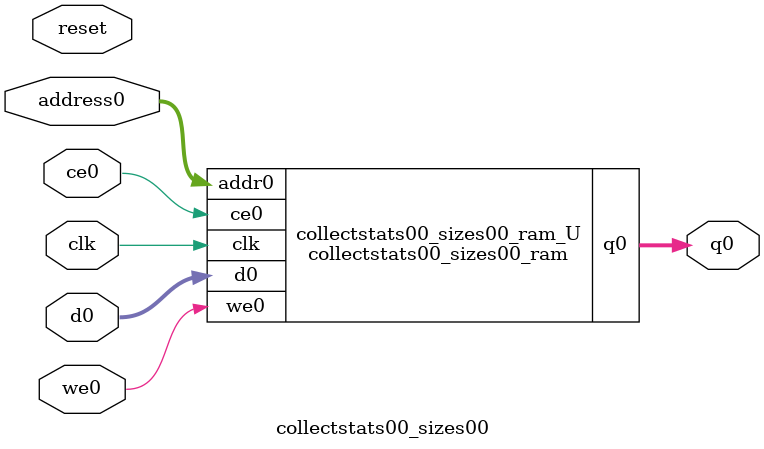
<source format=v>
`timescale 1 ns / 1 ps
module collectstats00_sizes00_ram (addr0, ce0, d0, we0, q0,  clk);

parameter DWIDTH = 32;
parameter AWIDTH = 5;
parameter MEM_SIZE = 32;

input[AWIDTH-1:0] addr0;
input ce0;
input[DWIDTH-1:0] d0;
input we0;
output reg[DWIDTH-1:0] q0;
input clk;

(* ram_style = "block" *)reg [DWIDTH-1:0] ram[0:MEM_SIZE-1];




always @(posedge clk)  
begin 
    if (ce0) 
    begin
        if (we0) 
        begin 
            ram[addr0] <= d0; 
        end 
        q0 <= ram[addr0];
    end
end


endmodule

`timescale 1 ns / 1 ps
module collectstats00_sizes00(
    reset,
    clk,
    address0,
    ce0,
    we0,
    d0,
    q0);

parameter DataWidth = 32'd32;
parameter AddressRange = 32'd32;
parameter AddressWidth = 32'd5;
input reset;
input clk;
input[AddressWidth - 1:0] address0;
input ce0;
input we0;
input[DataWidth - 1:0] d0;
output[DataWidth - 1:0] q0;



collectstats00_sizes00_ram collectstats00_sizes00_ram_U(
    .clk( clk ),
    .addr0( address0 ),
    .ce0( ce0 ),
    .we0( we0 ),
    .d0( d0 ),
    .q0( q0 ));

endmodule


</source>
